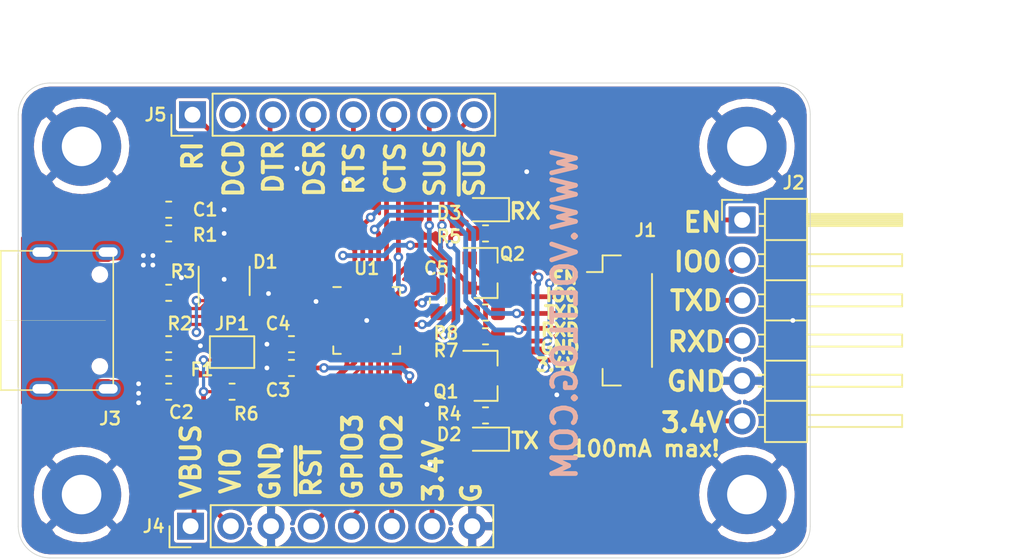
<source format=kicad_pcb>
(kicad_pcb (version 20171130) (host pcbnew "(5.1.8)-1")
  (layers (0 F.Cu signal) (31 B.Cu signal) (34 B.Paste user) (35 F.Paste user) (36 B.SilkS user) (37 F.SilkS user) (38 B.Mask user) (39 F.Mask user) (44 Edge.Cuts user))
  (net 0 "")
  (net 1 GND)
  (net 2 "Net-(C1-Pad1)")
  (net 3 /VBUS)
  (net 4 /3.45V)
  (net 5 "Net-(C5-Pad1)")
  (net 6 /USB_PWR)
  (net 7 /DP)
  (net 8 /DM)
  (net 9 "Net-(D2-Pad1)")
  (net 10 "Net-(D3-Pad1)")
  (net 11 /RXD)
  (net 12 /TXD)
  (net 13 /IO0)
  (net 14 /EN)
  (net 15 "Net-(J3-PadB8)")
  (net 16 /CC1)
  (net 17 /CC2)
  (net 18 "Net-(J3-PadA8)")
  (net 19 /VIO)
  (net 20 /RTS)
  (net 21 "Net-(Q1-Pad1)")
  (net 22 /DTR)
  (net 23 "Net-(Q2-Pad1)")
  (net 24 /GPIO1)
  (net 25 /GPIO0)
  (net 26 /DCD)
  (net 27 /DSR)
  (net 28 /CTS)
  (net 29 /SUSPEND)
  (net 30 /~SUSPEND)
  (net 31 /GPIO2)
  (net 32 /GPIO3)
  (net 33 "Net-(U1-Pad10)")
  (net 34 /RI)
  (net 35 /~RST)
  (module Connector_PinHeader_2.54mm:PinHeader_1x06_P2.54mm_Horizontal (layer F.Cu) (at 156.7 79.65)
    (fp_text reference J2 (at 3.25 -2.35) (layer F.SilkS) (effects (font (size 0.8 0.8))))
    (fp_text value Standard)
    (pad 6 thru_hole oval (at 0 12.7) (size 1.7 1.7) (drill 1) (layers *.Cu *.Mask) (net 4 /3.45V))
    (pad 5 thru_hole oval (at 0 10.16) (size 1.7 1.7) (drill 1) (layers *.Cu *.Mask) (net 1 GND))
    (pad 4 thru_hole oval (at 0 7.62) (size 1.7 1.7) (drill 1) (layers *.Cu *.Mask) (net 11 /RXD))
    (pad 3 thru_hole oval (at 0 5.08) (size 1.7 1.7) (drill 1) (layers *.Cu *.Mask) (net 12 /TXD))
    (pad 2 thru_hole oval (at 0 2.54) (size 1.7 1.7) (drill 1) (layers *.Cu *.Mask) (net 13 /IO0))
    (pad 1 thru_hole rect (at 0 0) (size 1.7 1.7) (drill 1) (layers *.Cu *.Mask) (net 14 /EN))
  )
  (module Connector_PinHeader_2.54mm:PinHeader_1x08_P2.54mm_Vertical (layer F.Cu) (at 122 73 90)
    (fp_text reference J5 (at 0 -2.33 180) (layer F.SilkS) (effects (font (size 0.8 0.8))))
    (fp_text value Conn_01x08)
    (pad 8 thru_hole oval (at 0 17.78 90) (size 1.7 1.7) (drill 1) (layers *.Cu *.Mask) (net 30 /~SUSPEND))
    (pad 7 thru_hole oval (at 0 15.24 90) (size 1.7 1.7) (drill 1) (layers *.Cu *.Mask) (net 29 /SUSPEND))
    (pad 6 thru_hole oval (at 0 12.7 90) (size 1.7 1.7) (drill 1) (layers *.Cu *.Mask) (net 28 /CTS))
    (pad 5 thru_hole oval (at 0 10.16 90) (size 1.7 1.7) (drill 1) (layers *.Cu *.Mask) (net 20 /RTS))
    (pad 4 thru_hole oval (at 0 7.62 90) (size 1.7 1.7) (drill 1) (layers *.Cu *.Mask) (net 27 /DSR))
    (pad 3 thru_hole oval (at 0 5.08 90) (size 1.7 1.7) (drill 1) (layers *.Cu *.Mask) (net 22 /DTR))
    (pad 2 thru_hole oval (at 0 2.54 90) (size 1.7 1.7) (drill 1) (layers *.Cu *.Mask) (net 26 /DCD))
    (pad 1 thru_hole rect (at 0 0 90) (size 1.7 1.7) (drill 1) (layers *.Cu *.Mask) (net 34 /RI))
  )
  (module Connector_PinHeader_2.54mm:PinHeader_1x08_P2.54mm_Vertical (layer F.Cu) (at 121.88 99 90)
    (fp_text reference J4 (at 0 -2.33 180) (layer F.SilkS) (effects (font (size 0.8 0.8))))
    (fp_text value Conn_01x08)
    (pad 8 thru_hole oval (at 0 17.78 90) (size 1.7 1.7) (drill 1) (layers *.Cu *.Mask) (net 1 GND))
    (pad 7 thru_hole oval (at 0 15.24 90) (size 1.7 1.7) (drill 1) (layers *.Cu *.Mask) (net 4 /3.45V))
    (pad 6 thru_hole oval (at 0 12.7 90) (size 1.7 1.7) (drill 1) (layers *.Cu *.Mask) (net 31 /GPIO2))
    (pad 5 thru_hole oval (at 0 10.16 90) (size 1.7 1.7) (drill 1) (layers *.Cu *.Mask) (net 32 /GPIO3))
    (pad 4 thru_hole oval (at 0 7.62 90) (size 1.7 1.7) (drill 1) (layers *.Cu *.Mask) (net 35 /~RST))
    (pad 3 thru_hole oval (at 0 5.08 90) (size 1.7 1.7) (drill 1) (layers *.Cu *.Mask) (net 1 GND))
    (pad 2 thru_hole oval (at 0 2.54 90) (size 1.7 1.7) (drill 1) (layers *.Cu *.Mask) (net 19 /VIO))
    (pad 1 thru_hole rect (at 0 0 90) (size 1.7 1.7) (drill 1) (layers *.Cu *.Mask) (net 3 /VBUS))
  )
  (module Connector_JST:JST_SH_BM06B-SRSS-TB_1x06-1MP_P1.00mm_Vertical (layer F.Cu) (at 149 86 270)
    (fp_text reference J1 (at -5.7 -1.6 180) (layer F.SilkS) (effects (font (size 0.8 0.8))))
    (fp_text value Link)
    (pad MP smd roundrect (at 3.8 -1.2 270) (size 1.2 1.8) (layers F.Cu F.Paste F.Mask) (roundrect_rratio 0.2083325))
    (pad MP smd roundrect (at -3.8 -1.2 270) (size 1.2 1.8) (layers F.Cu F.Paste F.Mask) (roundrect_rratio 0.2083325))
    (pad 6 smd roundrect (at 2.5 1.325 270) (size 0.6 1.55) (layers F.Cu F.Paste F.Mask) (net 4 /3.45V))
    (pad 5 smd roundrect (at 1.5 1.325 270) (size 0.6 1.55) (layers F.Cu F.Paste F.Mask) (net 1 GND))
    (pad 4 smd roundrect (at 0.5 1.325 270) (size 0.6 1.55) (layers F.Cu F.Paste F.Mask) (net 11 /RXD))
    (pad 3 smd roundrect (at -0.5 1.325 270) (size 0.6 1.55) (layers F.Cu F.Paste F.Mask) (net 12 /TXD))
    (pad 2 smd roundrect (at -1.5 1.325 270) (size 0.6 1.55) (layers F.Cu F.Paste F.Mask) (net 13 /IO0))
    (pad 1 smd roundrect (at -2.5 1.325 270) (size 0.6 1.55) (layers F.Cu F.Paste F.Mask) (net 14 /EN))
  )
  (module Voltlog:voltlog_mask_3mm (layer F.Cu) (at 148.4 75.6)
    (fp_text reference V1 hide)
    (fp_text value VOLTLOG_LOGO hide)
  )
  (module Package_DFN_QFN:QFN-24-1EP_4x4mm_P0.5mm_EP2.6x2.6mm (layer F.Cu) (at 133 86)
    (fp_text reference U1 (at 0 -3.3) (layer F.SilkS) (effects (font (size 0.8 0.8))))
    (fp_text value CP2104)
    (pad 24 smd roundrect (at -1.25 -1.9375) (size 0.25 0.825) (layers F.Cu F.Paste F.Mask) (net 26 /DCD))
    (pad 23 smd roundrect (at -0.75 -1.9375) (size 0.25 0.825) (layers F.Cu F.Paste F.Mask) (net 22 /DTR))
    (pad 22 smd roundrect (at -0.25 -1.9375) (size 0.25 0.825) (layers F.Cu F.Paste F.Mask) (net 27 /DSR))
    (pad 21 smd roundrect (at 0.25 -1.9375) (size 0.25 0.825) (layers F.Cu F.Paste F.Mask) (net 12 /TXD))
    (pad 20 smd roundrect (at 0.75 -1.9375) (size 0.25 0.825) (layers F.Cu F.Paste F.Mask) (net 11 /RXD))
    (pad 19 smd roundrect (at 1.25 -1.9375) (size 0.25 0.825) (layers F.Cu F.Paste F.Mask) (net 20 /RTS))
    (pad 18 smd roundrect (at 1.9375 -1.25) (size 0.825 0.25) (layers F.Cu F.Paste F.Mask) (net 28 /CTS))
    (pad 17 smd roundrect (at 1.9375 -0.75) (size 0.825 0.25) (layers F.Cu F.Paste F.Mask) (net 29 /SUSPEND))
    (pad 16 smd roundrect (at 1.9375 -0.25) (size 0.825 0.25) (layers F.Cu F.Paste F.Mask) (net 5 "Net-(C5-Pad1)"))
    (pad 15 smd roundrect (at 1.9375 0.25) (size 0.825 0.25) (layers F.Cu F.Paste F.Mask) (net 30 /~SUSPEND))
    (pad 14 smd roundrect (at 1.9375 0.75) (size 0.825 0.25) (layers F.Cu F.Paste F.Mask) (net 25 /GPIO0))
    (pad 13 smd roundrect (at 1.9375 1.25) (size 0.825 0.25) (layers F.Cu F.Paste F.Mask) (net 24 /GPIO1))
    (pad 12 smd roundrect (at 1.25 1.9375) (size 0.25 0.825) (layers F.Cu F.Paste F.Mask) (net 31 /GPIO2))
    (pad 11 smd roundrect (at 0.75 1.9375) (size 0.25 0.825) (layers F.Cu F.Paste F.Mask) (net 32 /GPIO3))
    (pad 10 smd roundrect (at 0.25 1.9375) (size 0.25 0.825) (layers F.Cu F.Paste F.Mask) (net 33 "Net-(U1-Pad10)"))
    (pad 9 smd roundrect (at -0.25 1.9375) (size 0.25 0.825) (layers F.Cu F.Paste F.Mask) (net 35 /~RST))
    (pad 8 smd roundrect (at -0.75 1.9375) (size 0.25 0.825) (layers F.Cu F.Paste F.Mask) (net 3 /VBUS))
    (pad 7 smd roundrect (at -1.25 1.9375) (size 0.25 0.825) (layers F.Cu F.Paste F.Mask) (net 3 /VBUS))
    (pad 6 smd roundrect (at -1.9375 1.25) (size 0.825 0.25) (layers F.Cu F.Paste F.Mask) (net 4 /3.45V))
    (pad 5 smd roundrect (at -1.9375 0.75) (size 0.825 0.25) (layers F.Cu F.Paste F.Mask) (net 19 /VIO))
    (pad 4 smd roundrect (at -1.9375 0.25) (size 0.825 0.25) (layers F.Cu F.Paste F.Mask) (net 8 /DM))
    (pad 3 smd roundrect (at -1.9375 -0.25) (size 0.825 0.25) (layers F.Cu F.Paste F.Mask) (net 7 /DP))
    (pad 2 smd roundrect (at -1.9375 -0.75) (size 0.825 0.25) (layers F.Cu F.Paste F.Mask) (net 1 GND))
    (pad 1 smd roundrect (at -1.9375 -1.25) (size 0.825 0.25) (layers F.Cu F.Paste F.Mask) (net 34 /RI))
    (pad 25 smd roundrect (at 0 0) (size 2.6 2.6) (layers F.Cu F.Mask) (roundrect_rratio 0.09615384615384616) (net 1 GND))
  )
  (module Resistor_SMD:R_0603_1608Metric (layer F.Cu) (at 140.5 85.5 180)
    (fp_text reference R8 (at 2.5 -1.3) (layer F.SilkS) (effects (font (size 0.8 0.8))))
    (fp_text value 10K)
    (pad 2 smd roundrect (at 0.7875 0 180) (size 0.875 0.95) (layers F.Cu F.Paste F.Mask) (net 20 /RTS))
    (pad 1 smd roundrect (at -0.7875 0 180) (size 0.875 0.95) (layers F.Cu F.Paste F.Mask) (net 23 "Net-(Q2-Pad1)"))
  )
  (module Resistor_SMD:R_0603_1608Metric (layer F.Cu) (at 140.5 87)
    (fp_text reference R7 (at -2.5 0.9) (layer F.SilkS) (effects (font (size 0.8 0.8))))
    (fp_text value 10K)
    (pad 2 smd roundrect (at 0.7875 0) (size 0.875 0.95) (layers F.Cu F.Paste F.Mask) (net 22 /DTR))
    (pad 1 smd roundrect (at -0.7875 0) (size 0.875 0.95) (layers F.Cu F.Paste F.Mask) (net 21 "Net-(Q1-Pad1)"))
  )
  (module Resistor_SMD:R_0603_1608Metric (layer F.Cu) (at 124.5 90.5 180)
    (fp_text reference R6 (at -0.9 -1.4) (layer F.SilkS) (effects (font (size 0.8 0.8))))
    (fp_text value 10K)
    (pad 2 smd roundrect (at 0.7875 0 180) (size 0.875 0.95) (layers F.Cu F.Paste F.Mask) (net 19 /VIO))
    (pad 1 smd roundrect (at -0.7875 0 180) (size 0.875 0.95) (layers F.Cu F.Paste F.Mask) (net 35 /~RST))
  )
  (module Resistor_SMD:R_0603_1608Metric (layer F.Cu) (at 140.5 80.5 180)
    (fp_text reference R5 (at 2.3 -0.2) (layer F.SilkS) (effects (font (size 0.8 0.8))))
    (fp_text value 1K)
    (pad 2 smd roundrect (at 0.7875 0 180) (size 0.875 0.95) (layers F.Cu F.Paste F.Mask) (net 25 /GPIO0))
    (pad 1 smd roundrect (at -0.7875 0 180) (size 0.875 0.95) (layers F.Cu F.Paste F.Mask) (net 10 "Net-(D3-Pad1)"))
  )
  (module Resistor_SMD:R_0603_1608Metric (layer F.Cu) (at 140.5 92 180)
    (fp_text reference R4 (at 2.3 0.1) (layer F.SilkS) (effects (font (size 0.8 0.8))))
    (fp_text value 1K)
    (pad 2 smd roundrect (at 0.7875 0 180) (size 0.875 0.95) (layers F.Cu F.Paste F.Mask) (net 24 /GPIO1))
    (pad 1 smd roundrect (at -0.7875 0 180) (size 0.875 0.95) (layers F.Cu F.Paste F.Mask) (net 9 "Net-(D2-Pad1)"))
  )
  (module Resistor_SMD:R_0603_1608Metric (layer F.Cu) (at 120.5 84.25)
    (fp_text reference R3 (at 0.9 -1.35) (layer F.SilkS) (effects (font (size 0.8 0.8))))
    (fp_text value 5K1)
    (pad 2 smd roundrect (at 0.7875 0) (size 0.875 0.95) (layers F.Cu F.Paste F.Mask) (net 1 GND))
    (pad 1 smd roundrect (at -0.7875 0) (size 0.875 0.95) (layers F.Cu F.Paste F.Mask) (net 16 /CC1))
  )
  (module Resistor_SMD:R_0603_1608Metric (layer F.Cu) (at 120.5 87.5)
    (fp_text reference R2 (at 0.7 -1.3) (layer F.SilkS) (effects (font (size 0.8 0.8))))
    (fp_text value 5K1)
    (pad 2 smd roundrect (at 0.7875 0) (size 0.875 0.95) (layers F.Cu F.Paste F.Mask) (net 1 GND))
    (pad 1 smd roundrect (at -0.7875 0) (size 0.875 0.95) (layers F.Cu F.Paste F.Mask) (net 17 /CC2))
  )
  (module Resistor_SMD:R_0603_1608Metric (layer F.Cu) (at 120.5 80.5)
    (fp_text reference R1 (at 2.3 0.1) (layer F.SilkS) (effects (font (size 0.8 0.8))))
    (fp_text value 1M)
    (pad 2 smd roundrect (at 0.7875 0) (size 0.875 0.95) (layers F.Cu F.Paste F.Mask) (net 1 GND))
    (pad 1 smd roundrect (at -0.7875 0) (size 0.875 0.95) (layers F.Cu F.Paste F.Mask) (net 2 "Net-(C1-Pad1)"))
  )
  (module Package_TO_SOT_SMD:SOT-23 (layer F.Cu) (at 140.5 83)
    (fp_text reference Q2 (at 1.7 -1.2) (layer F.SilkS) (effects (font (size 0.8 0.8))))
    (fp_text value MMBT3904)
    (pad 3 smd rect (at 1 0) (size 0.9 0.8) (layers F.Cu F.Paste F.Mask) (net 13 /IO0))
    (pad 2 smd rect (at -1 0.95) (size 0.9 0.8) (layers F.Cu F.Paste F.Mask) (net 22 /DTR))
    (pad 1 smd rect (at -1 -0.95) (size 0.9 0.8) (layers F.Cu F.Paste F.Mask) (net 23 "Net-(Q2-Pad1)"))
  )
  (module Package_TO_SOT_SMD:SOT-23 (layer F.Cu) (at 140.5 89.5)
    (fp_text reference Q1 (at -2.5 1) (layer F.SilkS) (effects (font (size 0.8 0.8))))
    (fp_text value MMBT3904)
    (pad 3 smd rect (at 1 0) (size 0.9 0.8) (layers F.Cu F.Paste F.Mask) (net 14 /EN))
    (pad 2 smd rect (at -1 0.95) (size 0.9 0.8) (layers F.Cu F.Paste F.Mask) (net 20 /RTS))
    (pad 1 smd rect (at -1 -0.95) (size 0.9 0.8) (layers F.Cu F.Paste F.Mask) (net 21 "Net-(Q1-Pad1)"))
  )
  (module Jumper:SolderJumper-2_P1.3mm_Open_TrianglePad1.0x1.5mm (layer F.Cu) (at 124.5 88)
    (fp_text reference JP1 (at 0 -1.8) (layer F.SilkS) (effects (font (size 0.8 0.8))))
    (fp_text value NC)
    (pad 1 smd custom (at -0.725 0) (size 0.3 0.3) (layers F.Cu F.Mask) (net 19 /VIO) (options (clearance outline) (anchor rect)) (primitives (gr_poly (pts (xy -0.5 -0.75) (xy 0.5 -0.75) (xy 1 0) (xy 0.5 0.75) (xy -0.5 0.75)) (width 0))))
    (pad 2 smd custom (at 0.725 0) (size 0.3 0.3) (layers F.Cu F.Mask) (net 4 /3.45V) (options (clearance outline) (anchor rect)) (primitives (gr_poly (pts (xy -0.65 -0.75) (xy 0.5 -0.75) (xy 0.5 0.75) (xy -0.65 0.75) (xy -0.15 0)) (width 0))))
  )
  (module Voltlog:TYPE-C-31-M-12 (layer F.Cu) (at 112.5 86 270)
    (fp_text reference J3 (at 6.2 -4.3 180) (layer F.SilkS) (effects (font (size 0.8 0.8))))
    (fp_text value USB_C_Receptacle_USB2.0)
    (pad "" np_thru_hole circle (at 2.9 -3.65 270) (size 0.65 0.65) (drill 0.65) (layers *.Cu *.Mask) (clearance 0.01))
    (pad "" np_thru_hole circle (at -2.9 -3.65 270) (size 0.65 0.65) (drill 0.65) (layers *.Cu *.Mask) (clearance 0.01))
    (pad A1 smd rect (at -3.4 -5.1 270) (size 0.3 1.45) (layers F.Cu F.Paste F.Mask) (net 1 GND))
    (pad A4 smd rect (at -2.6 -5.1 270) (size 0.3 1.45) (layers F.Cu F.Paste F.Mask) (net 6 /USB_PWR))
    (pad B8 smd rect (at -1.75 -5.1 270) (size 0.3 1.45) (layers F.Cu F.Paste F.Mask) (net 15 "Net-(J3-PadB8)"))
    (pad S1 thru_hole roundrect (at -4.32 0 270) (size 1 1.6) (drill oval 0.6 1.2) (layers *.Cu *.Mask) (roundrect_rratio 0.5) (net 2 "Net-(C1-Pad1)"))
    (pad S1 thru_hole roundrect (at 4.32 0 270) (size 1 1.6) (drill oval 0.6 1.2) (layers *.Cu *.Mask) (roundrect_rratio 0.5) (net 2 "Net-(C1-Pad1)"))
    (pad S1 thru_hole roundrect (at 4.32 -4.18 270) (size 1 1.6) (drill oval 0.6 1.2) (layers *.Cu *.Mask) (roundrect_rratio 0.5) (net 2 "Net-(C1-Pad1)"))
    (pad S1 thru_hole roundrect (at -4.32 -4.18 270) (size 1 1.6) (drill oval 0.6 1.2) (layers *.Cu *.Mask) (roundrect_rratio 0.5) (net 2 "Net-(C1-Pad1)"))
    (pad B12 smd rect (at -3.1 -5.1 270) (size 0.3 1.45) (layers F.Cu F.Paste F.Mask) (net 1 GND))
    (pad B9 smd rect (at -2.3 -5.1 270) (size 0.3 1.45) (layers F.Cu F.Paste F.Mask) (net 6 /USB_PWR))
    (pad A5 smd rect (at -1.25 -5.1 270) (size 0.3 1.45) (layers F.Cu F.Paste F.Mask) (net 16 /CC1))
    (pad B5 smd rect (at 1.75 -5.1 270) (size 0.3 1.45) (layers F.Cu F.Paste F.Mask) (net 17 /CC2))
    (pad A9 smd rect (at 2.6 -5.1 270) (size 0.3 1.45) (layers F.Cu F.Paste F.Mask) (net 6 /USB_PWR))
    (pad A12 smd rect (at 3.4 -5.1 270) (size 0.3 1.45) (layers F.Cu F.Paste F.Mask) (net 1 GND))
    (pad B1 smd rect (at 3.1 -5.1 270) (size 0.3 1.45) (layers F.Cu F.Paste F.Mask) (net 1 GND))
    (pad B4 smd rect (at 2.3 -5.1 270) (size 0.3 1.45) (layers F.Cu F.Paste F.Mask) (net 6 /USB_PWR))
    (pad A8 smd rect (at 1.25 -5.1 270) (size 0.3 1.45) (layers F.Cu F.Paste F.Mask) (net 18 "Net-(J3-PadA8)"))
    (pad B6 smd rect (at 0.75 -5.1 270) (size 0.3 1.45) (layers F.Cu F.Paste F.Mask) (net 7 /DP))
    (pad A7 smd rect (at 0.25 -5.1 270) (size 0.3 1.45) (layers F.Cu F.Paste F.Mask) (net 8 /DM))
    (pad A6 smd rect (at -0.25 -5.1 270) (size 0.3 1.45) (layers F.Cu F.Paste F.Mask) (net 7 /DP))
    (pad B7 smd rect (at -0.75 -5.1 270) (size 0.3 1.45) (layers F.Cu F.Paste F.Mask) (net 8 /DM))
  )
  (module MountingHole:MountingHole_2.5mm_Pad (layer F.Cu) (at 157 75)
    (fp_text reference H4 hide)
    (fp_text value GND)
    (pad 1 thru_hole circle (at 0 0) (size 5 5) (drill 2.5) (layers *.Cu *.Mask) (net 1 GND))
  )
  (module MountingHole:MountingHole_2.5mm_Pad (layer F.Cu) (at 157 97)
    (fp_text reference H3 hide)
    (fp_text value GND)
    (pad 1 thru_hole circle (at 0 0) (size 5 5) (drill 2.5) (layers *.Cu *.Mask) (net 1 GND))
  )
  (module MountingHole:MountingHole_2.5mm_Pad (layer F.Cu) (at 115 97)
    (fp_text reference H2 hide)
    (fp_text value GND)
    (pad 1 thru_hole circle (at 0 0) (size 5 5) (drill 2.5) (layers *.Cu *.Mask) (net 1 GND))
  )
  (module MountingHole:MountingHole_2.5mm_Pad (layer F.Cu) (at 115 75)
    (fp_text reference H1 hide)
    (fp_text value GND)
    (pad 1 thru_hole circle (at 0 0) (size 5 5) (drill 2.5) (layers *.Cu *.Mask) (net 1 GND))
  )
  (module Fiducial:Fiducial_0.5mm_Mask1mm (layer F.Cu) (at 153.25 77.75)
    (fp_text reference FID3 hide)
    (fp_text value Fiducial)
    (pad "" smd circle (at 0 0) (size 0.5 0.5) (layers F.Cu F.Mask) (clearance 0.25))
  )
  (module Fiducial:Fiducial_0.5mm_Mask1mm (layer F.Cu) (at 152.9 99.7)
    (fp_text reference FID2 hide)
    (fp_text value Fiducial)
    (pad "" smd circle (at 0 0) (size 0.5 0.5) (layers F.Cu F.Mask) (clearance 0.25))
  )
  (module Fiducial:Fiducial_0.5mm_Mask1mm (layer F.Cu) (at 112.3 93.9)
    (fp_text reference FID1 hide)
    (fp_text value Fiducial)
    (pad "" smd circle (at 0 0) (size 0.5 0.5) (layers F.Cu F.Mask) (clearance 0.25))
  )
  (module Fuse:Fuse_0603_1608Metric (layer F.Cu) (at 120.5 89 180)
    (fp_text reference F1 (at -2.1 -0.1) (layer F.SilkS) (effects (font (size 0.8 0.8))))
    (fp_text value 0.5A)
    (pad 2 smd roundrect (at 0.7875 0 180) (size 0.875 0.95) (layers F.Cu F.Paste F.Mask) (net 6 /USB_PWR))
    (pad 1 smd roundrect (at -0.7875 0 180) (size 0.875 0.95) (layers F.Cu F.Paste F.Mask) (net 3 /VBUS))
  )
  (module LED_SMD:LED_0603_1608Metric (layer F.Cu) (at 140.5 79 180)
    (fp_text reference D3 (at 2.3 -0.2) (layer F.SilkS) (effects (font (size 0.8 0.8))))
    (fp_text value RX)
    (pad 2 smd roundrect (at 0.7875 0 180) (size 0.875 0.95) (layers F.Cu F.Paste F.Mask) (net 4 /3.45V))
    (pad 1 smd roundrect (at -0.7875 0 180) (size 0.875 0.95) (layers F.Cu F.Paste F.Mask) (net 10 "Net-(D3-Pad1)"))
  )
  (module LED_SMD:LED_0603_1608Metric (layer F.Cu) (at 140.5 93.5 180)
    (fp_text reference D2 (at 2.3 0.3) (layer F.SilkS) (effects (font (size 0.8 0.8))))
    (fp_text value TX)
    (pad 2 smd roundrect (at 0.7875 0 180) (size 0.875 0.95) (layers F.Cu F.Paste F.Mask) (net 4 /3.45V))
    (pad 1 smd roundrect (at -0.7875 0 180) (size 0.875 0.95) (layers F.Cu F.Paste F.Mask) (net 9 "Net-(D2-Pad1)"))
  )
  (module Package_TO_SOT_SMD:SOT-23-5 (layer F.Cu) (at 124 83.5 90)
    (fp_text reference D1 (at 1.2 2.6 180) (layer F.SilkS) (effects (font (size 0.8 0.8))))
    (fp_text value SP0504BAHT)
    (pad 5 smd rect (at 1.1 -0.95 90) (size 1.06 0.65) (layers F.Cu F.Paste F.Mask) (net 6 /USB_PWR))
    (pad 4 smd rect (at 1.1 0.95 90) (size 1.06 0.65) (layers F.Cu F.Paste F.Mask) (net 6 /USB_PWR))
    (pad 3 smd rect (at -1.1 0.95 90) (size 1.06 0.65) (layers F.Cu F.Paste F.Mask) (net 7 /DP))
    (pad 2 smd rect (at -1.1 0 90) (size 1.06 0.65) (layers F.Cu F.Paste F.Mask) (net 1 GND))
    (pad 1 smd rect (at -1.1 -0.95 90) (size 1.06 0.65) (layers F.Cu F.Paste F.Mask) (net 8 /DM))
  )
  (module Capacitor_SMD:C_0603_1608Metric (layer F.Cu) (at 137.5 84.75 90)
    (fp_text reference C5 (at 2.05 -0.1 180) (layer F.SilkS) (effects (font (size 0.8 0.8))))
    (fp_text value 4.7uF)
    (pad 2 smd roundrect (at 0.7875 0 90) (size 0.875 0.95) (layers F.Cu F.Paste F.Mask) (net 1 GND))
    (pad 1 smd roundrect (at -0.7875 0 90) (size 0.875 0.95) (layers F.Cu F.Paste F.Mask) (net 5 "Net-(C5-Pad1)"))
  )
  (module Capacitor_SMD:C_0603_1608Metric (layer F.Cu) (at 128.25 87.5 180)
    (fp_text reference C4 (at 0.85 1.3) (layer F.SilkS) (effects (font (size 0.8 0.8))))
    (fp_text value 0.1uF)
    (pad 2 smd roundrect (at 0.7875 0 180) (size 0.875 0.95) (layers F.Cu F.Paste F.Mask) (net 1 GND))
    (pad 1 smd roundrect (at -0.7875 0 180) (size 0.875 0.95) (layers F.Cu F.Paste F.Mask) (net 4 /3.45V))
  )
  (module Capacitor_SMD:C_0603_1608Metric (layer F.Cu) (at 128.25 89 180)
    (fp_text reference C3 (at 0.85 -1.4) (layer F.SilkS) (effects (font (size 0.8 0.8))))
    (fp_text value 4.7uF)
    (pad 2 smd roundrect (at 0.7875 0 180) (size 0.875 0.95) (layers F.Cu F.Paste F.Mask) (net 1 GND))
    (pad 1 smd roundrect (at -0.7875 0 180) (size 0.875 0.95) (layers F.Cu F.Paste F.Mask) (net 4 /3.45V))
  )
  (module Capacitor_SMD:C_0603_1608Metric (layer F.Cu) (at 120.5 90.5 180)
    (fp_text reference C2 (at -0.8 -1.3) (layer F.SilkS) (effects (font (size 0.8 0.8))))
    (fp_text value 1uF)
    (pad 2 smd roundrect (at 0.7875 0 180) (size 0.875 0.95) (layers F.Cu F.Paste F.Mask) (net 1 GND))
    (pad 1 smd roundrect (at -0.7875 0 180) (size 0.875 0.95) (layers F.Cu F.Paste F.Mask) (net 3 /VBUS))
  )
  (module Capacitor_SMD:C_0603_1608Metric (layer F.Cu) (at 120.5 79)
    (fp_text reference C1 (at 2.3 0) (layer F.SilkS) (effects (font (size 0.8 0.8))))
    (fp_text value 4.7nF)
    (pad 2 smd roundrect (at 0.7875 0) (size 0.875 0.95) (layers F.Cu F.Paste F.Mask) (net 1 GND))
    (pad 1 smd roundrect (at -0.7875 0) (size 0.875 0.95) (layers F.Cu F.Paste F.Mask) (net 2 "Net-(C1-Pad1)"))
  )
  (gr_text EN (at 154.2 79.8) (layer F.SilkS) (effects (font (size 1.2 1.2) (thickness 0.25))))
  (gr_text IO0 (at 153.9 82.3) (layer F.SilkS) (effects (font (size 1.2 1.2) (thickness 0.25))))
  (gr_arc (start 159 99) (end 159 101) (angle -90) (layer Edge.Cuts) (width 0.05))
  (gr_arc (start 159 73) (end 161 73) (angle -90) (layer Edge.Cuts) (width 0.05))
  (gr_arc (start 113 73) (end 113 71) (angle -90) (layer Edge.Cuts) (width 0.05))
  (gr_arc (start 113 99) (end 111 99) (angle -90) (layer Edge.Cuts) (width 0.05))
  (gr_text RX (at 143 79.1) (layer F.SilkS) (effects (font (size 1 1) (thickness 0.2))))
  (gr_text TX (at 143 93.6) (layer F.SilkS) (effects (font (size 1 1) (thickness 0.2))))
  (gr_text "100mA max!" (at 150.6 94.1) (layer F.SilkS) (effects (font (size 1 1) (thickness 0.2))))
  (gr_text 3.4V (at 145 88.8) (layer F.SilkS) (effects (font (size 0.8 0.8) (thickness 0.2))))
  (gr_text GND (at 145.2 87.7) (layer F.SilkS) (effects (font (size 0.8 0.8) (thickness 0.2))))
  (gr_text RXD (at 145.2 86.6) (layer F.SilkS) (effects (font (size 0.8 0.8) (thickness 0.2))))
  (gr_text TXD (at 145.3 85.5) (layer F.SilkS) (effects (font (size 0.8 0.8) (thickness 0.2))))
  (gr_text IO0 (at 145.3 84.4) (layer F.SilkS) (effects (font (size 0.8 0.8) (thickness 0.2))))
  (gr_text EN (at 145.5 83.3) (layer F.SilkS) (effects (font (size 0.8 0.8) (thickness 0.2))))
  (gr_text ~SUS (at 139.8 76.4 90) (layer F.SilkS) (effects (font (size 1.2 1.2) (thickness 0.25))))
  (gr_text SUS (at 137.3 76.4 90) (layer F.SilkS) (effects (font (size 1.2 1.2) (thickness 0.25))))
  (gr_text CTS (at 134.8 76.4 90) (layer F.SilkS) (effects (font (size 1.2 1.2) (thickness 0.25))))
  (gr_text RTS (at 132.2 76.4 90) (layer F.SilkS) (effects (font (size 1.2 1.2) (thickness 0.25))))
  (gr_text DSR (at 129.7 76.4 90) (layer F.SilkS) (effects (font (size 1.2 1.2) (thickness 0.25))))
  (gr_text DTR (at 127.1 76.3 90) (layer F.SilkS) (effects (font (size 1.2 1.2) (thickness 0.25))))
  (gr_text DCD (at 124.6 76.4 90) (layer F.SilkS) (effects (font (size 1.2 1.2) (thickness 0.25))))
  (gr_text RI (at 122 75.6 90) (layer F.SilkS) (effects (font (size 1.2 1.2) (thickness 0.25))))
  (gr_text G (at 139.6 96.9 90) (layer F.SilkS) (effects (font (size 1.2 1.2) (thickness 0.25))))
  (gr_text 3.4V (at 137.2 95.5 90) (layer F.SilkS) (effects (font (size 1.2 1.2) (thickness 0.25))))
  (gr_text GPIO2 (at 134.6 94.6 90) (layer F.SilkS) (effects (font (size 1.2 1.2) (thickness 0.25))))
  (gr_text GPIO3 (at 132.1 94.6 90) (layer F.SilkS) (effects (font (size 1.2 1.2) (thickness 0.25))))
  (gr_text ~RST (at 129.5 95.5 90) (layer F.SilkS) (effects (font (size 1.2 1.2) (thickness 0.25))))
  (gr_text GND (at 126.9 95.5 90) (layer F.SilkS) (effects (font (size 1.2 1.2) (thickness 0.25))))
  (gr_text VIO (at 124.4 95.5 90) (layer F.SilkS) (effects (font (size 1.2 1.2) (thickness 0.25))))
  (gr_text VBUS (at 121.9 94.9 90) (layer F.SilkS) (effects (font (size 1.2 1.2) (thickness 0.25))))
  (gr_text 3.4V (at 153.55 92.45) (layer F.SilkS) (effects (font (size 1.2 1.2) (thickness 0.25))))
  (gr_text GND (at 153.8 89.85) (layer F.SilkS) (effects (font (size 1.2 1.2) (thickness 0.25))))
  (gr_text RXD (at 153.8 87.35) (layer F.SilkS) (effects (font (size 1.2 1.2) (thickness 0.25))))
  (gr_text TXD (at 153.8 84.75) (layer F.SilkS) (effects (font (size 1.2 1.2) (thickness 0.25))))
  (gr_text WWW.VOLTLOG.COM (at 145.5 85.6 90) (layer B.SilkS) (effects (font (size 1.5 1.5) (thickness 0.3)) (justify mirror)))
  (gr_line (start 111 73) (end 111 86) (layer Edge.Cuts) (width 0.05))
  (gr_line (start 159 71) (end 113 71) (layer Edge.Cuts) (width 0.05))
  (gr_line (start 161 99) (end 161 73) (layer Edge.Cuts) (width 0.05))
  (gr_line (start 113 101) (end 159 101) (layer Edge.Cuts) (width 0.05))
  (gr_line (start 111 86) (end 111 99) (layer Edge.Cuts) (width 0.05))
  (via (at 133 86) (size 0.6) (drill 0.3) (layers F.Cu B.Cu) (net 1))
  (via (at 124 83.4) (size 0.6) (drill 0.3) (layers F.Cu B.Cu) (net 1))
  (segment (start 124 84.6) (end 124 83.4) (width 0.5) (layer F.Cu) (net 1))
  (via (at 118.6 90) (size 0.6) (drill 0.3) (layers F.Cu B.Cu) (net 1))
  (via (at 118.6 90.6) (size 0.6) (drill 0.3) (layers F.Cu B.Cu) (net 1))
  (via (at 118.6 91.2) (size 0.6) (drill 0.3) (layers F.Cu B.Cu) (net 1))
  (segment (start 121.2875 87.5) (end 122.2 87.5) (width 0.3) (layer F.Cu) (net 1))
  (via (at 122.5 87.6) (size 0.6) (drill 0.3) (layers F.Cu B.Cu) (net 1))
  (segment (start 122.2 87.5) (end 122.3 87.6) (width 0.3) (layer F.Cu) (net 1))
  (via (at 121.3 83.3) (size 0.6) (drill 0.3) (layers F.Cu B.Cu) (net 1))
  (segment (start 121.2875 84.25) (end 121.2875 83.3125) (width 0.3) (layer F.Cu) (net 1))
  (segment (start 121.2875 83.3125) (end 121.3 83.3) (width 0.3) (layer F.Cu) (net 1))
  (via (at 129.8 84.8) (size 0.6) (drill 0.3) (layers F.Cu B.Cu) (net 1))
  (segment (start 131.0625 85.25) (end 130.15 85.25) (width 0.3) (layer F.Cu) (net 1))
  (segment (start 130.15 85.25) (end 130 85.1) (width 0.3) (layer F.Cu) (net 1))
  (via (at 118.9 82.5) (size 0.6) (drill 0.3) (layers F.Cu B.Cu) (net 1))
  (via (at 119.5 82.5) (size 0.6) (drill 0.3) (layers F.Cu B.Cu) (net 1))
  (via (at 118.9 81.9) (size 0.6) (drill 0.3) (layers F.Cu B.Cu) (net 1))
  (via (at 119.5 81.9) (size 0.6) (drill 0.3) (layers F.Cu B.Cu) (net 1))
  (via (at 126.7 87.5) (size 0.6) (drill 0.3) (layers F.Cu B.Cu) (net 1))
  (segment (start 127.4625 87.5) (end 126.7 87.5) (width 0.3) (layer F.Cu) (net 1))
  (via (at 126.7 89) (size 0.6) (drill 0.3) (layers F.Cu B.Cu) (net 1))
  (segment (start 127.4625 89) (end 126.7 89) (width 0.3) (layer F.Cu) (net 1))
  (segment (start 137.5 83.9625) (end 137.5 83.5) (width 0.3) (layer F.Cu) (net 1))
  (segment (start 137.5 83.5) (end 137 83) (width 0.3) (layer F.Cu) (net 1))
  (via (at 137 83) (size 0.6) (drill 0.3) (layers F.Cu B.Cu) (net 1))
  (via (at 159.9 86) (size 0.6) (drill 0.3) (layers F.Cu B.Cu) (net 1))
  (via (at 145 90.7) (size 0.6) (drill 0.3) (layers F.Cu B.Cu) (net 1))
  (via (at 143.1 76.6) (size 0.6) (drill 0.3) (layers F.Cu B.Cu) (net 1))
  (via (at 127.6 94.2) (size 0.6) (drill 0.3) (layers F.Cu B.Cu) (net 1))
  (via (at 131.7 77.2) (size 0.6) (drill 0.3) (layers F.Cu B.Cu) (net 1))
  (via (at 136.8 91.3) (size 0.6) (drill 0.3) (layers F.Cu B.Cu) (net 1))
  (via (at 137 95.1) (size 0.6) (drill 0.3) (layers F.Cu B.Cu) (net 1))
  (via (at 126.8 84.3) (size 0.6) (drill 0.3) (layers F.Cu B.Cu) (net 1))
  (via (at 124 80.5) (size 0.6) (drill 0.3) (layers F.Cu B.Cu) (net 1))
  (via (at 128.6 76.4) (size 0.6) (drill 0.3) (layers F.Cu B.Cu) (net 1))
  (via (at 124 79) (size 0.6) (drill 0.3) (layers F.Cu B.Cu) (net 1))
  (segment (start 156.29 89.79) (end 157 89.79) (width 0.3) (layer F.Cu) (net 1))
  (segment (start 116.68 81.68) (end 117.86 80.5) (width 0.5) (layer F.Cu) (net 2))
  (segment (start 117.86 80.5) (end 119.7125 80.5) (width 0.5) (layer F.Cu) (net 2))
  (segment (start 119.7125 80.5) (end 119.7125 79) (width 0.5) (layer F.Cu) (net 2))
  (segment (start 121.2875 89) (end 121.2875 90.5) (width 0.4) (layer F.Cu) (net 3))
  (segment (start 132.25 87.9375) (end 132.25 88.65) (width 0.3) (layer F.Cu) (net 3))
  (segment (start 132.25 88.65) (end 132 88.9) (width 0.3) (layer F.Cu) (net 3))
  (segment (start 131.75 88.85) (end 131.75 87.9375) (width 0.3) (layer F.Cu) (net 3))
  (segment (start 131.7 88.9) (end 131.75 88.85) (width 0.3) (layer F.Cu) (net 3))
  (segment (start 132 88.9) (end 131.7 88.9) (width 0.3) (layer F.Cu) (net 3))
  (segment (start 122 89) (end 122.4 89.4) (width 0.4) (layer F.Cu) (net 3))
  (segment (start 121.2875 89) (end 122 89) (width 0.4) (layer F.Cu) (net 3))
  (segment (start 122.4 89.4) (end 125.9 89.4) (width 0.4) (layer F.Cu) (net 3))
  (segment (start 126.5 90) (end 130.7 90) (width 0.4) (layer F.Cu) (net 3))
  (segment (start 130.7 90) (end 131.8 88.9) (width 0.4) (layer F.Cu) (net 3))
  (segment (start 125.9 89.4) (end 126.5 90) (width 0.4) (layer F.Cu) (net 3))
  (segment (start 122.1 98.78) (end 121.88 99) (width 0.3) (layer F.Cu) (net 3))
  (segment (start 122.1 91.7875) (end 122.1 98.78) (width 0.3) (layer F.Cu) (net 3))
  (segment (start 121.2875 90.5) (end 121.2875 90.975) (width 0.3) (layer F.Cu) (net 3))
  (segment (start 121.2875 90.975) (end 122.1 91.7875) (width 0.3) (layer F.Cu) (net 3))
  (segment (start 129.2875 87.25) (end 129.0375 87.5) (width 0.3) (layer F.Cu) (net 4))
  (segment (start 129.0375 87.5) (end 129.0375 89) (width 0.4) (layer F.Cu) (net 4))
  (segment (start 131.0625 87.25) (end 129.2875 87.25) (width 0.3) (layer F.Cu) (net 4))
  (segment (start 129.0375 87.025) (end 129.0375 87.5) (width 0.2) (layer F.Cu) (net 4))
  (segment (start 128.71251 86.70001) (end 129.0375 87.025) (width 0.2) (layer F.Cu) (net 4))
  (segment (start 126.52499 86.70001) (end 128.71251 86.70001) (width 0.2) (layer F.Cu) (net 4))
  (segment (start 125.225 88) (end 126.52499 86.70001) (width 0.2) (layer F.Cu) (net 4))
  (via (at 130.3 89) (size 0.6) (drill 0.3) (layers F.Cu B.Cu) (net 4))
  (segment (start 129.0375 89) (end 130.3 89) (width 0.3) (layer F.Cu) (net 4))
  (via (at 135.7 89.5) (size 0.6) (drill 0.3) (layers F.Cu B.Cu) (net 4))
  (segment (start 130.3 89) (end 135.2 89) (width 0.3) (layer B.Cu) (net 4))
  (segment (start 135.2 89) (end 135.7 89.5) (width 0.3) (layer B.Cu) (net 4))
  (segment (start 139.7125 93.5) (end 139.7125 93.975) (width 0.3) (layer F.Cu) (net 4))
  (segment (start 135.7 89.5) (end 135.7 95.95) (width 0.3) (layer F.Cu) (net 4))
  (segment (start 137.12 97.37) (end 137.12 99) (width 0.3) (layer F.Cu) (net 4))
  (segment (start 135.7 95.95) (end 137.12 97.37) (width 0.3) (layer F.Cu) (net 4))
  (segment (start 139.7125 78.525) (end 140.2375 78) (width 0.3) (layer F.Cu) (net 4))
  (segment (start 139.7125 79) (end 139.7125 78.525) (width 0.3) (layer F.Cu) (net 4))
  (segment (start 141.56685 78) (end 142.4 78.83315) (width 0.3) (layer F.Cu) (net 4))
  (segment (start 140.2375 78) (end 141.56685 78) (width 0.3) (layer F.Cu) (net 4))
  (via (at 143.848691 83.273524) (size 0.6) (drill 0.3) (layers F.Cu B.Cu) (net 4))
  (segment (start 142.4 78.83315) (end 142.4 81.824833) (width 0.3) (layer F.Cu) (net 4))
  (segment (start 142.4 81.824833) (end 143.848691 83.273524) (width 0.3) (layer F.Cu) (net 4))
  (segment (start 143.749999 83.79648) (end 143.749999 87.949999) (width 0.3) (layer B.Cu) (net 4))
  (segment (start 143.848691 83.273524) (end 143.848691 83.697788) (width 0.3) (layer B.Cu) (net 4))
  (segment (start 143.848691 83.697788) (end 143.749999 83.79648) (width 0.3) (layer B.Cu) (net 4))
  (via (at 144.3 89) (size 0.6) (drill 0.3) (layers F.Cu B.Cu) (net 4))
  (segment (start 143.749999 87.949999) (end 144.3 88.5) (width 0.3) (layer B.Cu) (net 4))
  (segment (start 144.3 88.5) (end 144.3 89) (width 0.3) (layer B.Cu) (net 4))
  (segment (start 144.3 89) (end 144.3 88.5) (width 0.3) (layer F.Cu) (net 4))
  (segment (start 135.7 89.924264) (end 135.7 89.5) (width 0.3) (layer F.Cu) (net 4))
  (segment (start 139.7125 93.5) (end 136.8875 93.5) (width 0.3) (layer F.Cu) (net 4))
  (segment (start 135.7 92.3125) (end 135.7 89.924264) (width 0.3) (layer F.Cu) (net 4))
  (segment (start 136.8875 93.5) (end 135.7 92.3125) (width 0.3) (layer F.Cu) (net 4))
  (segment (start 142.8 88.5) (end 147.675 88.5) (width 0.3) (layer F.Cu) (net 4))
  (segment (start 142.5 88.8) (end 142.8 88.5) (width 0.3) (layer F.Cu) (net 4))
  (segment (start 139.7125 94.2125) (end 140 94.5) (width 0.3) (layer F.Cu) (net 4))
  (segment (start 139.7125 93.5) (end 139.7125 94.2125) (width 0.3) (layer F.Cu) (net 4))
  (segment (start 140 94.5) (end 142 94.5) (width 0.3) (layer F.Cu) (net 4))
  (segment (start 142 94.5) (end 142.5 94) (width 0.3) (layer F.Cu) (net 4))
  (segment (start 142.5 94) (end 142.5 88.8) (width 0.3) (layer F.Cu) (net 4))
  (segment (start 147.675 88.5) (end 147.675 91.275) (width 0.3) (layer F.Cu) (net 4))
  (segment (start 148.75 92.35) (end 156.7 92.35) (width 0.3) (layer F.Cu) (net 4))
  (segment (start 147.675 91.275) (end 148.75 92.35) (width 0.3) (layer F.Cu) (net 4))
  (segment (start 134.9375 85.75) (end 136 85.75) (width 0.3) (layer F.Cu) (net 5))
  (segment (start 136.2125 85.5375) (end 137.5 85.5375) (width 0.3) (layer F.Cu) (net 5))
  (segment (start 136 85.75) (end 136.2125 85.5375) (width 0.3) (layer F.Cu) (net 5))
  (segment (start 118.625 83.7) (end 119.025 83.3) (width 0.3) (layer F.Cu) (net 6))
  (segment (start 117.6 83.7) (end 118.625 83.7) (width 0.3) (layer F.Cu) (net 6))
  (segment (start 119.025 83.3) (end 120 83.3) (width 0.3) (layer F.Cu) (net 6))
  (segment (start 120.9 82.4) (end 123.05 82.4) (width 0.3) (layer F.Cu) (net 6))
  (segment (start 120 83.3) (end 120.9 82.4) (width 0.3) (layer F.Cu) (net 6))
  (segment (start 123.05 82.4) (end 124.95 82.4) (width 0.3) (layer F.Cu) (net 6))
  (segment (start 116.675 85.75) (end 117.6 85.75) (width 0.2) (layer F.Cu) (net 7))
  (segment (start 116.5 86.575) (end 116.5 85.925) (width 0.2) (layer F.Cu) (net 7))
  (segment (start 116.675 86.75) (end 116.5 86.575) (width 0.2) (layer F.Cu) (net 7))
  (segment (start 116.5 85.925) (end 116.675 85.75) (width 0.2) (layer F.Cu) (net 7))
  (segment (start 117.6 86.75) (end 116.675 86.75) (width 0.2) (layer F.Cu) (net 7))
  (segment (start 124.95 85.65) (end 124.95 84.6) (width 0.2) (layer F.Cu) (net 7))
  (segment (start 124.85 85.75) (end 124.95 85.65) (width 0.2) (layer F.Cu) (net 7))
  (segment (start 125.684302 85.75) (end 125.934321 85.49998) (width 0.2) (layer F.Cu) (net 7))
  (segment (start 124.75 85.75) (end 125.684302 85.75) (width 0.2) (layer F.Cu) (net 7))
  (segment (start 124.75 85.75) (end 117.6 85.75) (width 0.2) (layer F.Cu) (net 7))
  (segment (start 124.85 85.75) (end 124.75 85.75) (width 0.2) (layer F.Cu) (net 7))
  (segment (start 129.465678 85.49998) (end 125.934321 85.49998) (width 0.2) (layer F.Cu) (net 7))
  (segment (start 129.715698 85.75) (end 129.465678 85.49998) (width 0.2) (layer F.Cu) (net 7))
  (segment (start 131.0625 85.75) (end 129.715698 85.75) (width 0.2) (layer F.Cu) (net 7))
  (via (at 122.25 84.75) (size 0.6) (drill 0.3) (layers F.Cu B.Cu) (net 8))
  (segment (start 117.6 85.25) (end 120.95 85.25) (width 0.2) (layer F.Cu) (net 8))
  (via (at 122.25 86.75) (size 0.6) (drill 0.3) (layers F.Cu B.Cu) (net 8))
  (segment (start 117.6 86.25) (end 120.95 86.25) (width 0.2) (layer F.Cu) (net 8))
  (segment (start 122.25 86.25) (end 122.25 86.75) (width 0.2) (layer F.Cu) (net 8))
  (segment (start 120.95 86.25) (end 122.25 86.25) (width 0.2) (layer F.Cu) (net 8))
  (segment (start 123.05 84.6) (end 123.05 84.7) (width 0.2) (layer F.Cu) (net 8))
  (segment (start 122.5 85.25) (end 120.95 85.25) (width 0.2) (layer F.Cu) (net 8))
  (segment (start 123.05 84.7) (end 122.5 85.25) (width 0.2) (layer F.Cu) (net 8))
  (segment (start 122.9 84.75) (end 123.05 84.6) (width 0.2) (layer F.Cu) (net 8))
  (segment (start 122.25 84.75) (end 122.9 84.75) (width 0.2) (layer F.Cu) (net 8))
  (segment (start 122.25 84.75) (end 122.25 86.75) (width 0.2) (layer B.Cu) (net 8))
  (segment (start 129.65 86.25) (end 131.0625 86.25) (width 0.2) (layer F.Cu) (net 8))
  (segment (start 122.25 86.25) (end 125.75 86.25) (width 0.2) (layer F.Cu) (net 8))
  (segment (start 129.29999 85.89999) (end 129.65 86.25) (width 0.2) (layer F.Cu) (net 8))
  (segment (start 125.75 86.25) (end 126.10001 85.89999) (width 0.2) (layer F.Cu) (net 8))
  (segment (start 126.10001 85.89999) (end 129.29999 85.89999) (width 0.2) (layer F.Cu) (net 8))
  (segment (start 141.2875 92) (end 141.2875 93.5) (width 0.3) (layer F.Cu) (net 9))
  (segment (start 141.2875 80.5) (end 141.2875 79) (width 0.3) (layer F.Cu) (net 10))
  (segment (start 156.15 87.25) (end 157 87.25) (width 0.3) (layer F.Cu) (net 11))
  (segment (start 133.75 84.0625) (end 133.75 83.15) (width 0.3) (layer F.Cu) (net 11))
  (segment (start 133.75 83.15) (end 133.75 80.5) (width 0.3) (layer F.Cu) (net 11))
  (via (at 133.5 80.25) (size 0.6) (drill 0.3) (layers F.Cu B.Cu) (net 11))
  (segment (start 133.75 80.5) (end 133.5 80.25) (width 0.3) (layer F.Cu) (net 11))
  (segment (start 141.1 86.6) (end 142.175736 86.6) (width 0.3) (layer B.Cu) (net 11))
  (via (at 142.6 86.6) (size 0.6) (drill 0.3) (layers F.Cu B.Cu) (net 11))
  (segment (start 133.5 80.25) (end 134.400001 79.349999) (width 0.3) (layer B.Cu) (net 11))
  (segment (start 134.400001 79.349999) (end 138.062001 79.349999) (width 0.3) (layer B.Cu) (net 11))
  (segment (start 138.062001 79.349999) (end 139.25 80.537998) (width 0.3) (layer B.Cu) (net 11))
  (segment (start 142.175736 86.6) (end 142.6 86.6) (width 0.3) (layer B.Cu) (net 11))
  (segment (start 139.25 84.75) (end 141.1 86.6) (width 0.3) (layer B.Cu) (net 11))
  (segment (start 139.25 80.537998) (end 139.25 84.75) (width 0.3) (layer B.Cu) (net 11))
  (segment (start 142.7 86.5) (end 142.6 86.6) (width 0.3) (layer F.Cu) (net 11))
  (segment (start 147.675 86.5) (end 142.7 86.5) (width 0.3) (layer F.Cu) (net 11))
  (segment (start 154.5 86.4) (end 155.37 87.27) (width 0.3) (layer F.Cu) (net 11))
  (segment (start 147.675 86.5) (end 147.775 86.4) (width 0.3) (layer F.Cu) (net 11))
  (segment (start 155.37 87.27) (end 156.7 87.27) (width 0.3) (layer F.Cu) (net 11))
  (segment (start 147.775 86.4) (end 154.5 86.4) (width 0.3) (layer F.Cu) (net 11))
  (segment (start 156.39 84.71) (end 157 84.71) (width 0.3) (layer F.Cu) (net 12))
  (segment (start 133.25 84.0625) (end 133.25 82.94288) (width 0.3) (layer F.Cu) (net 12))
  (via (at 133.247018 79.491052) (size 0.6) (drill 0.3) (layers F.Cu B.Cu) (net 12))
  (segment (start 132.849999 79.888071) (end 133.247018 79.491052) (width 0.3) (layer F.Cu) (net 12))
  (segment (start 133.25 82.94288) (end 133.25 80.962002) (width 0.3) (layer F.Cu) (net 12))
  (segment (start 132.849999 80.562001) (end 132.849999 79.888071) (width 0.3) (layer F.Cu) (net 12))
  (segment (start 133.25 80.962002) (end 132.849999 80.562001) (width 0.3) (layer F.Cu) (net 12))
  (segment (start 138.269111 78.849989) (end 139.75 80.330878) (width 0.3) (layer B.Cu) (net 12))
  (segment (start 133.247018 79.491052) (end 133.888081 78.849989) (width 0.3) (layer B.Cu) (net 12))
  (segment (start 133.888081 78.849989) (end 138.269111 78.849989) (width 0.3) (layer B.Cu) (net 12))
  (segment (start 139.75 80.330878) (end 139.75 84.5) (width 0.3) (layer B.Cu) (net 12))
  (via (at 142.465578 85.557371) (size 0.6) (drill 0.3) (layers F.Cu B.Cu) (net 12))
  (segment (start 139.75 84.5) (end 140.807371 85.557371) (width 0.3) (layer B.Cu) (net 12))
  (segment (start 140.807371 85.557371) (end 142.465578 85.557371) (width 0.3) (layer B.Cu) (net 12))
  (segment (start 147.617629 85.557371) (end 147.675 85.5) (width 0.3) (layer F.Cu) (net 12))
  (segment (start 142.465578 85.557371) (end 147.617629 85.557371) (width 0.3) (layer F.Cu) (net 12))
  (segment (start 155.37 84.73) (end 156.7 84.73) (width 0.3) (layer F.Cu) (net 12))
  (segment (start 154.5 85.6) (end 155.37 84.73) (width 0.3) (layer F.Cu) (net 12))
  (segment (start 147.675 85.5) (end 147.775 85.6) (width 0.3) (layer F.Cu) (net 12))
  (segment (start 147.775 85.6) (end 154.5 85.6) (width 0.3) (layer F.Cu) (net 12))
  (segment (start 157 82.3) (end 157 82.17) (width 0.3) (layer F.Cu) (net 13))
  (segment (start 141.9 83) (end 141.5 83) (width 0.3) (layer F.Cu) (net 13))
  (segment (start 147.675 84.5) (end 143.4 84.5) (width 0.3) (layer F.Cu) (net 13))
  (segment (start 143.4 84.5) (end 141.9 83) (width 0.3) (layer F.Cu) (net 13))
  (segment (start 154.39 84.5) (end 156.7 82.19) (width 0.3) (layer F.Cu) (net 13))
  (segment (start 147.675 84.5) (end 154.39 84.5) (width 0.3) (layer F.Cu) (net 13))
  (via (at 144.55962 83.64038) (size 0.6) (drill 0.3) (layers F.Cu B.Cu) (net 14))
  (segment (start 144.7 83.5) (end 144.55962 83.64038) (width 0.3) (layer F.Cu) (net 14))
  (segment (start 147.675 83.5) (end 144.7 83.5) (width 0.3) (layer F.Cu) (net 14))
  (segment (start 144.55962 87.14038) (end 144.4 87.3) (width 0.3) (layer B.Cu) (net 14))
  (segment (start 141.5 88.8) (end 143 87.3) (width 0.3) (layer F.Cu) (net 14))
  (segment (start 143 87.3) (end 143.775736 87.3) (width 0.3) (layer F.Cu) (net 14))
  (segment (start 141.5 89.5) (end 141.5 88.8) (width 0.3) (layer F.Cu) (net 14))
  (via (at 144.4 87.3) (size 0.6) (drill 0.3) (layers F.Cu B.Cu) (net 14))
  (segment (start 144.55962 83.64038) (end 144.55962 87.14038) (width 0.3) (layer B.Cu) (net 14))
  (segment (start 143.775736 87.3) (end 144.4 87.3) (width 0.3) (layer F.Cu) (net 14))
  (segment (start 147.675 83.5) (end 153.9 83.5) (width 0.3) (layer F.Cu) (net 14))
  (segment (start 153.9 83.5) (end 155.1 82.3) (width 0.3) (layer F.Cu) (net 14))
  (segment (start 155.55 79.65) (end 156.7 79.65) (width 0.3) (layer F.Cu) (net 14))
  (segment (start 155.1 80.1) (end 155.55 79.65) (width 0.3) (layer F.Cu) (net 14))
  (segment (start 155.1 82.3) (end 155.1 80.1) (width 0.3) (layer F.Cu) (net 14))
  (segment (start 118.525 84.75) (end 117.6 84.75) (width 0.2) (layer F.Cu) (net 16))
  (segment (start 118.775 84.75) (end 118.525 84.75) (width 0.2) (layer F.Cu) (net 16))
  (segment (start 119.275 84.25) (end 118.775 84.75) (width 0.2) (layer F.Cu) (net 16))
  (segment (start 119.7125 84.25) (end 119.275 84.25) (width 0.2) (layer F.Cu) (net 16))
  (segment (start 119.4625 87.75) (end 119.7125 87.5) (width 0.2) (layer F.Cu) (net 17))
  (segment (start 117.6 87.75) (end 119.4625 87.75) (width 0.2) (layer F.Cu) (net 17))
  (via (at 122.7 90.5) (size 0.6) (drill 0.3) (layers F.Cu B.Cu) (net 19))
  (segment (start 123.7125 90.5) (end 122.7 90.5) (width 0.2) (layer F.Cu) (net 19))
  (via (at 122.7 88.5) (size 0.6) (drill 0.3) (layers F.Cu B.Cu) (net 19))
  (segment (start 122.7 90.5) (end 122.7 88.5) (width 0.2) (layer B.Cu) (net 19))
  (segment (start 123.275 88.5) (end 123.775 88) (width 0.2) (layer F.Cu) (net 19))
  (segment (start 122.7 88.5) (end 123.275 88.5) (width 0.2) (layer F.Cu) (net 19))
  (segment (start 129.134301 86.300001) (end 126.299999 86.300001) (width 0.2) (layer F.Cu) (net 19))
  (segment (start 123.775 87.25) (end 123.775 88) (width 0.2) (layer F.Cu) (net 19))
  (segment (start 126.299999 86.300001) (end 125.65001 86.94999) (width 0.2) (layer F.Cu) (net 19))
  (segment (start 131.0625 86.75) (end 129.5843 86.75) (width 0.2) (layer F.Cu) (net 19))
  (segment (start 124.07501 86.94999) (end 123.775 87.25) (width 0.2) (layer F.Cu) (net 19))
  (segment (start 125.65001 86.94999) (end 124.07501 86.94999) (width 0.2) (layer F.Cu) (net 19))
  (segment (start 129.5843 86.75) (end 129.134301 86.300001) (width 0.2) (layer F.Cu) (net 19))
  (segment (start 123.7125 98.2925) (end 124.42 99) (width 0.3) (layer F.Cu) (net 19))
  (segment (start 122.7 97.28) (end 123.7125 98.2925) (width 0.3) (layer F.Cu) (net 19))
  (segment (start 122.7 90.5) (end 122.7 97.28) (width 0.3) (layer F.Cu) (net 19))
  (segment (start 139 85.5) (end 139.7125 85.5) (width 0.3) (layer F.Cu) (net 20))
  (segment (start 138.5 85) (end 139 85.5) (width 0.3) (layer F.Cu) (net 20))
  (segment (start 138.75 90.45) (end 138.5 90.2) (width 0.3) (layer F.Cu) (net 20))
  (segment (start 139.5 90.45) (end 138.75 90.45) (width 0.3) (layer F.Cu) (net 20))
  (segment (start 138.5 90.2) (end 138.5 85) (width 0.3) (layer F.Cu) (net 20))
  (segment (start 134.25 76.292081) (end 134.25 83.65) (width 0.3) (layer F.Cu) (net 20))
  (segment (start 134.25 83.65) (end 134.25 84.0625) (width 0.3) (layer F.Cu) (net 20))
  (segment (start 132.16 74.202081) (end 134.25 76.292081) (width 0.3) (layer F.Cu) (net 20))
  (segment (start 132.16 73) (end 132.16 74.202081) (width 0.3) (layer F.Cu) (net 20))
  (segment (start 136 82.1) (end 134.25 83.85) (width 0.3) (layer F.Cu) (net 20))
  (segment (start 134.25 83.85) (end 134.25 84.0625) (width 0.3) (layer F.Cu) (net 20))
  (segment (start 137.1 82.1) (end 136 82.1) (width 0.3) (layer F.Cu) (net 20))
  (segment (start 138.5 85) (end 138.5 83.5) (width 0.3) (layer F.Cu) (net 20))
  (segment (start 138.5 83.5) (end 137.1 82.1) (width 0.3) (layer F.Cu) (net 20))
  (segment (start 139.5 87.2125) (end 139.7125 87) (width 0.3) (layer F.Cu) (net 21))
  (segment (start 139.5 88.55) (end 139.5 87.2125) (width 0.3) (layer F.Cu) (net 21))
  (segment (start 140.25 83.95) (end 139.5 83.95) (width 0.3) (layer F.Cu) (net 22))
  (segment (start 140.5 84.2) (end 140.25 83.95) (width 0.3) (layer F.Cu) (net 22))
  (segment (start 140.85 87) (end 140.5 86.65) (width 0.3) (layer F.Cu) (net 22))
  (segment (start 140.5 86.65) (end 140.5 84.2) (width 0.3) (layer F.Cu) (net 22))
  (segment (start 141.2875 87) (end 140.85 87) (width 0.3) (layer F.Cu) (net 22))
  (via (at 131.5 81.9) (size 0.6) (drill 0.3) (layers F.Cu B.Cu) (net 22))
  (segment (start 136.95712 81.25) (end 136.174264 81.25) (width 0.3) (layer F.Cu) (net 22))
  (via (at 135.75 81.25) (size 0.6) (drill 0.3) (layers F.Cu B.Cu) (net 22))
  (segment (start 139.5 83.95) (end 139.5 83.79288) (width 0.3) (layer F.Cu) (net 22))
  (segment (start 139.5 83.79288) (end 136.95712 81.25) (width 0.3) (layer F.Cu) (net 22))
  (segment (start 136.174264 81.25) (end 135.75 81.25) (width 0.3) (layer F.Cu) (net 22))
  (segment (start 132.25 84.0625) (end 132.25 81.55) (width 0.3) (layer F.Cu) (net 22))
  (segment (start 131.8 81.1) (end 131.78462 81.08462) (width 0.3) (layer F.Cu) (net 22))
  (segment (start 132.25 81.55) (end 131.8 81.1) (width 0.3) (layer F.Cu) (net 22))
  (segment (start 134.75 81.25) (end 135.75 81.25) (width 0.3) (layer B.Cu) (net 22))
  (segment (start 131.5 81.9) (end 134.1 81.9) (width 0.3) (layer B.Cu) (net 22))
  (segment (start 134.1 81.9) (end 134.75 81.25) (width 0.3) (layer B.Cu) (net 22))
  (segment (start 132.14999 81.9) (end 132.24999 82) (width 0.3) (layer F.Cu) (net 22))
  (segment (start 131.5 81.9) (end 132.14999 81.9) (width 0.3) (layer F.Cu) (net 22))
  (segment (start 126.9 73.18) (end 127.08 73) (width 0.3) (layer F.Cu) (net 22))
  (segment (start 131.8 81.1) (end 126.9 76.2) (width 0.3) (layer F.Cu) (net 22))
  (segment (start 126.9 76.2) (end 126.9 73.18) (width 0.3) (layer F.Cu) (net 22))
  (segment (start 141.2875 84.28038) (end 141.2875 85.025) (width 0.3) (layer F.Cu) (net 23))
  (segment (start 141.2875 85.025) (end 141.2875 85.5) (width 0.3) (layer F.Cu) (net 23))
  (segment (start 139.5 82.49288) (end 141.2875 84.28038) (width 0.3) (layer F.Cu) (net 23))
  (segment (start 139.5 82.05) (end 139.5 82.49288) (width 0.3) (layer F.Cu) (net 23))
  (segment (start 139.275 92) (end 139.7125 92) (width 0.3) (layer F.Cu) (net 24))
  (segment (start 138 90.725) (end 139.275 92) (width 0.3) (layer F.Cu) (net 24))
  (segment (start 138 89.5) (end 138 90.725) (width 0.3) (layer F.Cu) (net 24))
  (segment (start 134.9375 87.25) (end 135.75 87.25) (width 0.3) (layer F.Cu) (net 24))
  (segment (start 135.75 87.25) (end 138 89.5) (width 0.3) (layer F.Cu) (net 24))
  (via (at 137.85 86.9) (size 0.6) (drill 0.3) (layers F.Cu B.Cu) (net 25))
  (via (at 138.3 81.2) (size 0.6) (drill 0.3) (layers F.Cu B.Cu) (net 25))
  (segment (start 138.3 81.2) (end 138.3 80.7) (width 0.3) (layer F.Cu) (net 25))
  (segment (start 138.5 80.5) (end 139.7125 80.5) (width 0.3) (layer F.Cu) (net 25))
  (segment (start 138.3 80.7) (end 138.5 80.5) (width 0.3) (layer F.Cu) (net 25))
  (segment (start 138.75 81.65) (end 138.3 81.2) (width 0.3) (layer B.Cu) (net 25))
  (segment (start 137.85 86.9) (end 138.75 86) (width 0.3) (layer B.Cu) (net 25))
  (segment (start 138.75 86) (end 138.75 81.65) (width 0.3) (layer B.Cu) (net 25))
  (segment (start 137.425736 86.9) (end 137.85 86.9) (width 0.3) (layer F.Cu) (net 25))
  (segment (start 136.187998 86.9) (end 137.425736 86.9) (width 0.3) (layer F.Cu) (net 25))
  (segment (start 136.037998 86.75) (end 136.187998 86.9) (width 0.3) (layer F.Cu) (net 25))
  (segment (start 134.9375 86.75) (end 136.037998 86.75) (width 0.3) (layer F.Cu) (net 25))
  (segment (start 130.75 82.25) (end 130.75 80.75712) (width 0.3) (layer F.Cu) (net 26))
  (segment (start 131.75 83.25) (end 130.75 82.25) (width 0.3) (layer F.Cu) (net 26))
  (segment (start 131.75 84.0625) (end 131.75 83.25) (width 0.3) (layer F.Cu) (net 26))
  (segment (start 126.4 74.86) (end 124.54 73) (width 0.3) (layer F.Cu) (net 26))
  (segment (start 130.75 80.75712) (end 126.4 76.40712) (width 0.3) (layer F.Cu) (net 26))
  (segment (start 126.4 76.40712) (end 126.4 74.86) (width 0.3) (layer F.Cu) (net 26))
  (segment (start 129.62 78.12) (end 129.62 73) (width 0.3) (layer F.Cu) (net 27))
  (segment (start 132.75 84.0625) (end 132.75 81.25) (width 0.3) (layer F.Cu) (net 27))
  (segment (start 132.75 81.25) (end 129.62 78.12) (width 0.3) (layer F.Cu) (net 27))
  (via (at 135 82) (size 0.6) (drill 0.3) (layers F.Cu B.Cu) (net 28))
  (segment (start 135 82) (end 135 83.75) (width 0.3) (layer B.Cu) (net 28))
  (segment (start 134.9375 84.3125) (end 135.25 84) (width 0.3) (layer F.Cu) (net 28))
  (segment (start 135 83.75) (end 135.25 84) (width 0.3) (layer B.Cu) (net 28))
  (segment (start 134.9375 84.75) (end 134.9375 84.3125) (width 0.3) (layer F.Cu) (net 28))
  (via (at 135.25 84) (size 0.6) (drill 0.3) (layers F.Cu B.Cu) (net 28))
  (segment (start 135 74.502081) (end 135 81.575736) (width 0.3) (layer F.Cu) (net 28))
  (segment (start 134.7 74.202081) (end 135 74.502081) (width 0.3) (layer F.Cu) (net 28))
  (segment (start 135 81.575736) (end 135 82) (width 0.3) (layer F.Cu) (net 28))
  (segment (start 134.7 73) (end 134.7 74.202081) (width 0.3) (layer F.Cu) (net 28))
  (segment (start 136.15538 84.8875) (end 136.5 84.8875) (width 0.3) (layer F.Cu) (net 29))
  (segment (start 134.9375 85.25) (end 135.79288 85.25) (width 0.3) (layer F.Cu) (net 29))
  (via (at 136.5 84.8875) (size 0.6) (drill 0.3) (layers F.Cu B.Cu) (net 29))
  (segment (start 135.79288 85.25) (end 136.15538 84.8875) (width 0.3) (layer F.Cu) (net 29))
  (segment (start 136.799999 84.587501) (end 137.412499 84.587501) (width 0.3) (layer B.Cu) (net 29))
  (segment (start 136.5 84.8875) (end 136.799999 84.587501) (width 0.3) (layer B.Cu) (net 29))
  (segment (start 137.412499 84.587501) (end 137.74998 84.25002) (width 0.3) (layer B.Cu) (net 29))
  (segment (start 137.74998 84.25002) (end 137.74998 83) (width 0.3) (layer B.Cu) (net 29))
  (segment (start 137.74998 83) (end 137.74998 82.319102) (width 0.3) (layer B.Cu) (net 29))
  (via (at 136.949997 80) (size 0.6) (drill 0.3) (layers F.Cu B.Cu) (net 29))
  (segment (start 137.74998 82.319102) (end 136.949997 81.519119) (width 0.3) (layer B.Cu) (net 29))
  (segment (start 136.949997 81.519119) (end 136.949997 80) (width 0.3) (layer B.Cu) (net 29))
  (segment (start 136.949997 73.290003) (end 137.24 73) (width 0.3) (layer F.Cu) (net 29))
  (segment (start 136.949997 80) (end 136.949997 73.290003) (width 0.3) (layer F.Cu) (net 29))
  (via (at 136.5 86.25) (size 0.6) (drill 0.3) (layers F.Cu B.Cu) (net 30))
  (segment (start 134.9375 86.25) (end 136.5 86.25) (width 0.3) (layer F.Cu) (net 30))
  (segment (start 136.924264 86.25) (end 138.24999 84.924274) (width 0.3) (layer B.Cu) (net 30))
  (segment (start 136.5 86.25) (end 136.924264 86.25) (width 0.3) (layer B.Cu) (net 30))
  (segment (start 138.24999 84.924274) (end 138.24999 82.111992) (width 0.3) (layer B.Cu) (net 30))
  (segment (start 137.649999 80.100001) (end 137.75 80) (width 0.3) (layer B.Cu) (net 30))
  (segment (start 138.24999 82.111992) (end 137.649999 81.512001) (width 0.3) (layer B.Cu) (net 30))
  (via (at 137.75 80) (size 0.6) (drill 0.3) (layers F.Cu B.Cu) (net 30))
  (segment (start 137.649999 81.512001) (end 137.649999 80.100001) (width 0.3) (layer B.Cu) (net 30))
  (segment (start 137.75 75.03) (end 139.78 73) (width 0.3) (layer F.Cu) (net 30))
  (segment (start 137.75 80) (end 137.75 75.03) (width 0.3) (layer F.Cu) (net 30))
  (segment (start 134.25 97.25) (end 134.25 87.9375) (width 0.3) (layer F.Cu) (net 31))
  (segment (start 134.58 99) (end 134.58 97.58) (width 0.3) (layer F.Cu) (net 31))
  (segment (start 134.58 97.58) (end 134.25 97.25) (width 0.3) (layer F.Cu) (net 31))
  (segment (start 133.75 96.75) (end 133.75 87.9375) (width 0.3) (layer F.Cu) (net 32))
  (segment (start 132.04 99) (end 132.04 98.46) (width 0.3) (layer F.Cu) (net 32))
  (segment (start 132.04 98.46) (end 133.75 96.75) (width 0.3) (layer F.Cu) (net 32))
  (segment (start 122.1 73) (end 122 73) (width 0.3) (layer F.Cu) (net 34))
  (segment (start 125.23288 74.4) (end 123.5 74.4) (width 0.3) (layer F.Cu) (net 34))
  (segment (start 125.89999 75.06711) (end 125.23288 74.4) (width 0.3) (layer F.Cu) (net 34))
  (segment (start 131.0625 84.75) (end 131.0625 83.8125) (width 0.3) (layer F.Cu) (net 34))
  (segment (start 130.25 83) (end 130.25 80.96424) (width 0.3) (layer F.Cu) (net 34))
  (segment (start 131.0625 83.8125) (end 130.25 83) (width 0.3) (layer F.Cu) (net 34))
  (segment (start 130.25 80.96424) (end 125.89999 76.61423) (width 0.3) (layer F.Cu) (net 34))
  (segment (start 123.5 74.4) (end 122.1 73) (width 0.3) (layer F.Cu) (net 34))
  (segment (start 125.89999 76.61423) (end 125.89999 75.06711) (width 0.3) (layer F.Cu) (net 34))
  (segment (start 132.75 88.35) (end 132.75 87.9375) (width 0.2) (layer F.Cu) (net 35))
  (segment (start 132.75 88.85712) (end 132.75 88.35) (width 0.2) (layer F.Cu) (net 35))
  (segment (start 131.10712 90.5) (end 132.75 88.85712) (width 0.2) (layer F.Cu) (net 35))
  (segment (start 125.2875 90.5) (end 131.10712 90.5) (width 0.2) (layer F.Cu) (net 35))
  (segment (start 132.75 95.75) (end 129.5 99) (width 0.3) (layer F.Cu) (net 35))
  (segment (start 132.75 87.9375) (end 132.75 95.75) (width 0.3) (layer F.Cu) (net 35))
  (zone (net 1) (net_name GND) (layer F.Cu) (connect_pads yes (clearance 0.15)) (min_thickness 0.15) (fill yes (arc_segments 32) (thermal_gap 0.508) (thermal_bridge_width 0.508) (smoothing fillet) (radius 0.2))
    (polygon (pts (xy 119.3 89.7) (xy 120.2 89.7) (xy 120.2 91.6) (xy 117.9 91.6) (xy 117.9 89.7) (xy 116.8 89.7) (xy 116.8 88.9) (xy 118.3 88.9)))
  )
  (zone (net 6) (net_name /USB_PWR) (layer F.Cu) (priority 2) (connect_pads yes (clearance 0.15)) (min_thickness 0.15) (fill yes (arc_segments 32) (thermal_gap 0.508) (thermal_bridge_width 0.508) (smoothing fillet) (radius 0.2))
    (polygon (pts (xy 118.3 83.9) (xy 116.8 83.9) (xy 116.8 88.1) (xy 119 88.1) (xy 119.5 88.5) (xy 120.2 88.5) (xy 120.2 89.5) (xy 119.4 89.5) (xy 118.6 88.8) (xy 116.6 88.8) (xy 115.8 88.2) (xy 115.8 83.7) (xy 116.7 83.3) (xy 118.3 83.3)))
  )
  (zone (net 1) (net_name GND) (layer F.Cu) (priority 2) (connect_pads yes (clearance 0.15)) (min_thickness 0.15) (fill yes (arc_segments 32) (thermal_gap 0.508) (thermal_bridge_width 0.508) (smoothing fillet) (radius 0.2))
    (polygon (pts (xy 119.9 83) (xy 116.8 83) (xy 116.8 82.4) (xy 118.5 82.4) (xy 118.5 81.5) (xy 119.9 81.5)))
  )
  (zone (net 1) (net_name GND) (layer B.Cu) (connect_pads (clearance 0.2)) (min_thickness 0.2) (fill yes (arc_segments 32) (thermal_gap 0.508) (thermal_bridge_width 0.508))
    (polygon (pts (xy 161 101) (xy 111 101) (xy 111 71) (xy 161 71)))
  )
  (zone (net 1) (net_name GND) (layer F.Cu) (connect_pads (clearance 0.2)) (min_thickness 0.2) (fill yes (arc_segments 32) (thermal_gap 0.508) (thermal_bridge_width 0.508))
    (polygon (pts (xy 161 71) (xy 111 71) (xy 111 101) (xy 161 101)))
  )
  (zone (net 2) (net_name "Net-(C1-Pad1)") (layer F.Cu) (priority 1) (connect_pads yes (clearance 0.15)) (min_thickness 0.15) (fill yes (arc_segments 32) (thermal_gap 0.508) (thermal_bridge_width 0.508) (smoothing fillet) (radius 0.2))
    (polygon (pts (xy 117.7 82.3) (xy 115.8 82.3) (xy 115.8 89.7) (xy 117.7 89.7) (xy 117.7 91.3) (xy 111 91.3) (xy 111 80.7) (xy 117.7 80.7)))
  )
)
</source>
